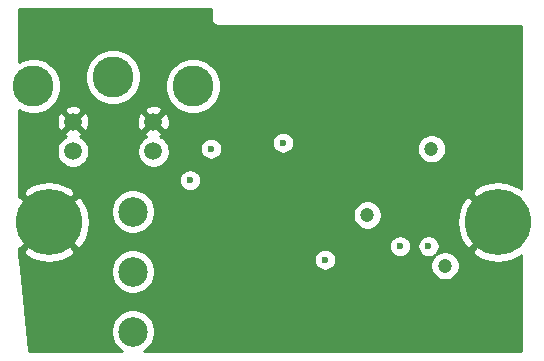
<source format=gbr>
G04 #@! TF.GenerationSoftware,KiCad,Pcbnew,(5.1.4)-1*
G04 #@! TF.CreationDate,2020-11-04T22:22:00+01:00*
G04 #@! TF.ProjectId,S-VHS ZX Spectrum Rev. D,532d5648-5320-45a5-9820-537065637472,rev?*
G04 #@! TF.SameCoordinates,Original*
G04 #@! TF.FileFunction,Copper,L3,Inr*
G04 #@! TF.FilePolarity,Positive*
%FSLAX46Y46*%
G04 Gerber Fmt 4.6, Leading zero omitted, Abs format (unit mm)*
G04 Created by KiCad (PCBNEW (5.1.4)-1) date 2020-11-04 22:22:00*
%MOMM*%
%LPD*%
G04 APERTURE LIST*
%ADD10C,5.600000*%
%ADD11C,1.500000*%
%ADD12C,3.465000*%
%ADD13C,2.499360*%
%ADD14C,0.600000*%
%ADD15C,1.200000*%
%ADD16C,0.254000*%
G04 APERTURE END LIST*
D10*
X138938000Y-102489000D03*
X176950000Y-102489000D03*
D11*
X140970000Y-93980000D03*
X147770000Y-93980000D03*
X140970000Y-96480000D03*
X147770000Y-96480000D03*
D12*
X137620000Y-90980000D03*
X144370000Y-90180000D03*
X151120000Y-90980000D03*
D13*
X146050000Y-111760000D03*
X146050000Y-101600000D03*
X146050000Y-106680000D03*
D14*
X158115000Y-102616000D03*
X162433000Y-97028000D03*
X164465000Y-94996000D03*
X166116000Y-97536000D03*
X164211000Y-105791000D03*
X171069000Y-104521000D03*
X162306000Y-105664000D03*
X168656000Y-104521000D03*
X152654000Y-96266000D03*
X158750000Y-95758000D03*
X150876000Y-98933000D03*
D15*
X171323000Y-96266000D03*
X172466000Y-106172000D03*
X165896500Y-101888500D03*
D16*
G36*
X152629000Y-85184580D02*
G01*
X152625807Y-85217000D01*
X152638550Y-85346383D01*
X152676290Y-85470793D01*
X152737575Y-85585450D01*
X152820052Y-85685948D01*
X152920550Y-85768425D01*
X153035207Y-85829710D01*
X153159617Y-85867450D01*
X153289000Y-85880193D01*
X153321419Y-85877000D01*
X178918000Y-85877000D01*
X178918001Y-99686069D01*
X178874692Y-99623823D01*
X178278741Y-99303388D01*
X177631727Y-99105374D01*
X176958516Y-99037390D01*
X176284977Y-99102051D01*
X175636994Y-99296870D01*
X175039470Y-99614361D01*
X175025308Y-99623823D01*
X174713124Y-100072519D01*
X176950000Y-102309395D01*
X176964143Y-102295253D01*
X177143748Y-102474858D01*
X177129605Y-102489000D01*
X177143748Y-102503143D01*
X176964143Y-102682748D01*
X176950000Y-102668605D01*
X174713124Y-104905481D01*
X175025308Y-105354177D01*
X175621259Y-105674612D01*
X176268273Y-105872626D01*
X176941484Y-105940610D01*
X177615023Y-105875949D01*
X178263006Y-105681130D01*
X178860530Y-105363639D01*
X178874692Y-105354177D01*
X178918001Y-105291930D01*
X178918001Y-113386000D01*
X147008854Y-113386000D01*
X147251413Y-113223926D01*
X147513926Y-112961413D01*
X147720182Y-112652731D01*
X147862253Y-112309741D01*
X147934680Y-111945625D01*
X147934680Y-111574375D01*
X147862253Y-111210259D01*
X147720182Y-110867269D01*
X147513926Y-110558587D01*
X147251413Y-110296074D01*
X146942731Y-110089818D01*
X146599741Y-109947747D01*
X146235625Y-109875320D01*
X145864375Y-109875320D01*
X145500259Y-109947747D01*
X145157269Y-110089818D01*
X144848587Y-110296074D01*
X144586074Y-110558587D01*
X144379818Y-110867269D01*
X144237747Y-111210259D01*
X144165320Y-111574375D01*
X144165320Y-111945625D01*
X144237747Y-112309741D01*
X144379818Y-112652731D01*
X144586074Y-112961413D01*
X144848587Y-113223926D01*
X145091146Y-113386000D01*
X137248430Y-113386000D01*
X136549281Y-106494375D01*
X144165320Y-106494375D01*
X144165320Y-106865625D01*
X144237747Y-107229741D01*
X144379818Y-107572731D01*
X144586074Y-107881413D01*
X144848587Y-108143926D01*
X145157269Y-108350182D01*
X145500259Y-108492253D01*
X145864375Y-108564680D01*
X146235625Y-108564680D01*
X146599741Y-108492253D01*
X146942731Y-108350182D01*
X147251413Y-108143926D01*
X147513926Y-107881413D01*
X147720182Y-107572731D01*
X147862253Y-107229741D01*
X147934680Y-106865625D01*
X147934680Y-106494375D01*
X147862253Y-106130259D01*
X147720182Y-105787269D01*
X147576284Y-105571911D01*
X161371000Y-105571911D01*
X161371000Y-105756089D01*
X161406932Y-105936729D01*
X161477414Y-106106889D01*
X161579738Y-106260028D01*
X161709972Y-106390262D01*
X161863111Y-106492586D01*
X162033271Y-106563068D01*
X162213911Y-106599000D01*
X162398089Y-106599000D01*
X162578729Y-106563068D01*
X162748889Y-106492586D01*
X162902028Y-106390262D01*
X163032262Y-106260028D01*
X163134586Y-106106889D01*
X163205068Y-105936729D01*
X163241000Y-105756089D01*
X163241000Y-105571911D01*
X163205068Y-105391271D01*
X163134586Y-105221111D01*
X163032262Y-105067972D01*
X162902028Y-104937738D01*
X162748889Y-104835414D01*
X162578729Y-104764932D01*
X162398089Y-104729000D01*
X162213911Y-104729000D01*
X162033271Y-104764932D01*
X161863111Y-104835414D01*
X161709972Y-104937738D01*
X161579738Y-105067972D01*
X161477414Y-105221111D01*
X161406932Y-105391271D01*
X161371000Y-105571911D01*
X147576284Y-105571911D01*
X147513926Y-105478587D01*
X147251413Y-105216074D01*
X146942731Y-105009818D01*
X146599741Y-104867747D01*
X146235625Y-104795320D01*
X145864375Y-104795320D01*
X145500259Y-104867747D01*
X145157269Y-105009818D01*
X144848587Y-105216074D01*
X144586074Y-105478587D01*
X144379818Y-105787269D01*
X144237747Y-106130259D01*
X144165320Y-106494375D01*
X136549281Y-106494375D01*
X136423000Y-105249613D01*
X136423000Y-104905481D01*
X136701124Y-104905481D01*
X137013308Y-105354177D01*
X137609259Y-105674612D01*
X138256273Y-105872626D01*
X138929484Y-105940610D01*
X139603023Y-105875949D01*
X140251006Y-105681130D01*
X140848530Y-105363639D01*
X140862692Y-105354177D01*
X141174876Y-104905481D01*
X138938000Y-102668605D01*
X136701124Y-104905481D01*
X136423000Y-104905481D01*
X136423000Y-104657331D01*
X136521519Y-104725876D01*
X138758395Y-102489000D01*
X139117605Y-102489000D01*
X141354481Y-104725876D01*
X141781303Y-104428911D01*
X167721000Y-104428911D01*
X167721000Y-104613089D01*
X167756932Y-104793729D01*
X167827414Y-104963889D01*
X167929738Y-105117028D01*
X168059972Y-105247262D01*
X168213111Y-105349586D01*
X168383271Y-105420068D01*
X168563911Y-105456000D01*
X168748089Y-105456000D01*
X168928729Y-105420068D01*
X169098889Y-105349586D01*
X169252028Y-105247262D01*
X169382262Y-105117028D01*
X169484586Y-104963889D01*
X169555068Y-104793729D01*
X169591000Y-104613089D01*
X169591000Y-104428911D01*
X170134000Y-104428911D01*
X170134000Y-104613089D01*
X170169932Y-104793729D01*
X170240414Y-104963889D01*
X170342738Y-105117028D01*
X170472972Y-105247262D01*
X170626111Y-105349586D01*
X170796271Y-105420068D01*
X170976911Y-105456000D01*
X171161089Y-105456000D01*
X171341729Y-105420068D01*
X171511889Y-105349586D01*
X171602211Y-105289235D01*
X171506713Y-105384733D01*
X171371557Y-105587008D01*
X171278460Y-105811764D01*
X171231000Y-106050363D01*
X171231000Y-106293637D01*
X171278460Y-106532236D01*
X171371557Y-106756992D01*
X171506713Y-106959267D01*
X171678733Y-107131287D01*
X171881008Y-107266443D01*
X172105764Y-107359540D01*
X172344363Y-107407000D01*
X172587637Y-107407000D01*
X172826236Y-107359540D01*
X173050992Y-107266443D01*
X173253267Y-107131287D01*
X173425287Y-106959267D01*
X173560443Y-106756992D01*
X173653540Y-106532236D01*
X173701000Y-106293637D01*
X173701000Y-106050363D01*
X173653540Y-105811764D01*
X173560443Y-105587008D01*
X173425287Y-105384733D01*
X173253267Y-105212713D01*
X173050992Y-105077557D01*
X172826236Y-104984460D01*
X172587637Y-104937000D01*
X172344363Y-104937000D01*
X172105764Y-104984460D01*
X171881008Y-105077557D01*
X171741550Y-105170740D01*
X171795262Y-105117028D01*
X171897586Y-104963889D01*
X171968068Y-104793729D01*
X172004000Y-104613089D01*
X172004000Y-104428911D01*
X171968068Y-104248271D01*
X171897586Y-104078111D01*
X171795262Y-103924972D01*
X171665028Y-103794738D01*
X171511889Y-103692414D01*
X171341729Y-103621932D01*
X171161089Y-103586000D01*
X170976911Y-103586000D01*
X170796271Y-103621932D01*
X170626111Y-103692414D01*
X170472972Y-103794738D01*
X170342738Y-103924972D01*
X170240414Y-104078111D01*
X170169932Y-104248271D01*
X170134000Y-104428911D01*
X169591000Y-104428911D01*
X169555068Y-104248271D01*
X169484586Y-104078111D01*
X169382262Y-103924972D01*
X169252028Y-103794738D01*
X169098889Y-103692414D01*
X168928729Y-103621932D01*
X168748089Y-103586000D01*
X168563911Y-103586000D01*
X168383271Y-103621932D01*
X168213111Y-103692414D01*
X168059972Y-103794738D01*
X167929738Y-103924972D01*
X167827414Y-104078111D01*
X167756932Y-104248271D01*
X167721000Y-104428911D01*
X141781303Y-104428911D01*
X141803177Y-104413692D01*
X142123612Y-103817741D01*
X142321626Y-103170727D01*
X142389610Y-102497516D01*
X142324949Y-101823977D01*
X142201801Y-101414375D01*
X144165320Y-101414375D01*
X144165320Y-101785625D01*
X144237747Y-102149741D01*
X144379818Y-102492731D01*
X144586074Y-102801413D01*
X144848587Y-103063926D01*
X145157269Y-103270182D01*
X145500259Y-103412253D01*
X145864375Y-103484680D01*
X146235625Y-103484680D01*
X146599741Y-103412253D01*
X146942731Y-103270182D01*
X147251413Y-103063926D01*
X147513926Y-102801413D01*
X147720182Y-102492731D01*
X147862253Y-102149741D01*
X147934680Y-101785625D01*
X147934680Y-101766863D01*
X164661500Y-101766863D01*
X164661500Y-102010137D01*
X164708960Y-102248736D01*
X164802057Y-102473492D01*
X164937213Y-102675767D01*
X165109233Y-102847787D01*
X165311508Y-102982943D01*
X165536264Y-103076040D01*
X165774863Y-103123500D01*
X166018137Y-103123500D01*
X166256736Y-103076040D01*
X166481492Y-102982943D01*
X166683767Y-102847787D01*
X166855787Y-102675767D01*
X166986271Y-102480484D01*
X173498390Y-102480484D01*
X173563051Y-103154023D01*
X173757870Y-103802006D01*
X174075361Y-104399530D01*
X174084823Y-104413692D01*
X174533519Y-104725876D01*
X176770395Y-102489000D01*
X174533519Y-100252124D01*
X174084823Y-100564308D01*
X173764388Y-101160259D01*
X173566374Y-101807273D01*
X173498390Y-102480484D01*
X166986271Y-102480484D01*
X166990943Y-102473492D01*
X167084040Y-102248736D01*
X167131500Y-102010137D01*
X167131500Y-101766863D01*
X167084040Y-101528264D01*
X166990943Y-101303508D01*
X166855787Y-101101233D01*
X166683767Y-100929213D01*
X166481492Y-100794057D01*
X166256736Y-100700960D01*
X166018137Y-100653500D01*
X165774863Y-100653500D01*
X165536264Y-100700960D01*
X165311508Y-100794057D01*
X165109233Y-100929213D01*
X164937213Y-101101233D01*
X164802057Y-101303508D01*
X164708960Y-101528264D01*
X164661500Y-101766863D01*
X147934680Y-101766863D01*
X147934680Y-101414375D01*
X147862253Y-101050259D01*
X147720182Y-100707269D01*
X147513926Y-100398587D01*
X147251413Y-100136074D01*
X146942731Y-99929818D01*
X146599741Y-99787747D01*
X146235625Y-99715320D01*
X145864375Y-99715320D01*
X145500259Y-99787747D01*
X145157269Y-99929818D01*
X144848587Y-100136074D01*
X144586074Y-100398587D01*
X144379818Y-100707269D01*
X144237747Y-101050259D01*
X144165320Y-101414375D01*
X142201801Y-101414375D01*
X142130130Y-101175994D01*
X141812639Y-100578470D01*
X141803177Y-100564308D01*
X141354481Y-100252124D01*
X139117605Y-102489000D01*
X138758395Y-102489000D01*
X136521519Y-100252124D01*
X136423000Y-100320669D01*
X136423000Y-100072519D01*
X136701124Y-100072519D01*
X138938000Y-102309395D01*
X141174876Y-100072519D01*
X140862692Y-99623823D01*
X140266741Y-99303388D01*
X139619727Y-99105374D01*
X138946516Y-99037390D01*
X138272977Y-99102051D01*
X137624994Y-99296870D01*
X137027470Y-99614361D01*
X137013308Y-99623823D01*
X136701124Y-100072519D01*
X136423000Y-100072519D01*
X136423000Y-98840911D01*
X149941000Y-98840911D01*
X149941000Y-99025089D01*
X149976932Y-99205729D01*
X150047414Y-99375889D01*
X150149738Y-99529028D01*
X150279972Y-99659262D01*
X150433111Y-99761586D01*
X150603271Y-99832068D01*
X150783911Y-99868000D01*
X150968089Y-99868000D01*
X151148729Y-99832068D01*
X151318889Y-99761586D01*
X151472028Y-99659262D01*
X151602262Y-99529028D01*
X151704586Y-99375889D01*
X151775068Y-99205729D01*
X151811000Y-99025089D01*
X151811000Y-98840911D01*
X151775068Y-98660271D01*
X151704586Y-98490111D01*
X151602262Y-98336972D01*
X151472028Y-98206738D01*
X151318889Y-98104414D01*
X151148729Y-98033932D01*
X150968089Y-97998000D01*
X150783911Y-97998000D01*
X150603271Y-98033932D01*
X150433111Y-98104414D01*
X150279972Y-98206738D01*
X150149738Y-98336972D01*
X150047414Y-98490111D01*
X149976932Y-98660271D01*
X149941000Y-98840911D01*
X136423000Y-98840911D01*
X136423000Y-96343589D01*
X139585000Y-96343589D01*
X139585000Y-96616411D01*
X139638225Y-96883989D01*
X139742629Y-97136043D01*
X139894201Y-97362886D01*
X140087114Y-97555799D01*
X140313957Y-97707371D01*
X140566011Y-97811775D01*
X140833589Y-97865000D01*
X141106411Y-97865000D01*
X141373989Y-97811775D01*
X141626043Y-97707371D01*
X141852886Y-97555799D01*
X142045799Y-97362886D01*
X142197371Y-97136043D01*
X142301775Y-96883989D01*
X142355000Y-96616411D01*
X142355000Y-96343589D01*
X146385000Y-96343589D01*
X146385000Y-96616411D01*
X146438225Y-96883989D01*
X146542629Y-97136043D01*
X146694201Y-97362886D01*
X146887114Y-97555799D01*
X147113957Y-97707371D01*
X147366011Y-97811775D01*
X147633589Y-97865000D01*
X147906411Y-97865000D01*
X148173989Y-97811775D01*
X148426043Y-97707371D01*
X148652886Y-97555799D01*
X148845799Y-97362886D01*
X148997371Y-97136043D01*
X149101775Y-96883989D01*
X149155000Y-96616411D01*
X149155000Y-96343589D01*
X149121249Y-96173911D01*
X151719000Y-96173911D01*
X151719000Y-96358089D01*
X151754932Y-96538729D01*
X151825414Y-96708889D01*
X151927738Y-96862028D01*
X152057972Y-96992262D01*
X152211111Y-97094586D01*
X152381271Y-97165068D01*
X152561911Y-97201000D01*
X152746089Y-97201000D01*
X152926729Y-97165068D01*
X153096889Y-97094586D01*
X153250028Y-96992262D01*
X153380262Y-96862028D01*
X153482586Y-96708889D01*
X153553068Y-96538729D01*
X153589000Y-96358089D01*
X153589000Y-96173911D01*
X153553068Y-95993271D01*
X153482586Y-95823111D01*
X153380262Y-95669972D01*
X153376201Y-95665911D01*
X157815000Y-95665911D01*
X157815000Y-95850089D01*
X157850932Y-96030729D01*
X157921414Y-96200889D01*
X158023738Y-96354028D01*
X158153972Y-96484262D01*
X158307111Y-96586586D01*
X158477271Y-96657068D01*
X158657911Y-96693000D01*
X158842089Y-96693000D01*
X159022729Y-96657068D01*
X159192889Y-96586586D01*
X159346028Y-96484262D01*
X159476262Y-96354028D01*
X159578586Y-96200889D01*
X159601999Y-96144363D01*
X170088000Y-96144363D01*
X170088000Y-96387637D01*
X170135460Y-96626236D01*
X170228557Y-96850992D01*
X170363713Y-97053267D01*
X170535733Y-97225287D01*
X170738008Y-97360443D01*
X170962764Y-97453540D01*
X171201363Y-97501000D01*
X171444637Y-97501000D01*
X171683236Y-97453540D01*
X171907992Y-97360443D01*
X172110267Y-97225287D01*
X172282287Y-97053267D01*
X172417443Y-96850992D01*
X172510540Y-96626236D01*
X172558000Y-96387637D01*
X172558000Y-96144363D01*
X172510540Y-95905764D01*
X172417443Y-95681008D01*
X172282287Y-95478733D01*
X172110267Y-95306713D01*
X171907992Y-95171557D01*
X171683236Y-95078460D01*
X171444637Y-95031000D01*
X171201363Y-95031000D01*
X170962764Y-95078460D01*
X170738008Y-95171557D01*
X170535733Y-95306713D01*
X170363713Y-95478733D01*
X170228557Y-95681008D01*
X170135460Y-95905764D01*
X170088000Y-96144363D01*
X159601999Y-96144363D01*
X159649068Y-96030729D01*
X159685000Y-95850089D01*
X159685000Y-95665911D01*
X159649068Y-95485271D01*
X159578586Y-95315111D01*
X159476262Y-95161972D01*
X159346028Y-95031738D01*
X159192889Y-94929414D01*
X159022729Y-94858932D01*
X158842089Y-94823000D01*
X158657911Y-94823000D01*
X158477271Y-94858932D01*
X158307111Y-94929414D01*
X158153972Y-95031738D01*
X158023738Y-95161972D01*
X157921414Y-95315111D01*
X157850932Y-95485271D01*
X157815000Y-95665911D01*
X153376201Y-95665911D01*
X153250028Y-95539738D01*
X153096889Y-95437414D01*
X152926729Y-95366932D01*
X152746089Y-95331000D01*
X152561911Y-95331000D01*
X152381271Y-95366932D01*
X152211111Y-95437414D01*
X152057972Y-95539738D01*
X151927738Y-95669972D01*
X151825414Y-95823111D01*
X151754932Y-95993271D01*
X151719000Y-96173911D01*
X149121249Y-96173911D01*
X149101775Y-96076011D01*
X148997371Y-95823957D01*
X148845799Y-95597114D01*
X148652886Y-95404201D01*
X148426043Y-95252629D01*
X148376574Y-95232139D01*
X148481863Y-95175860D01*
X148547388Y-94936993D01*
X147770000Y-94159605D01*
X146992612Y-94936993D01*
X147058137Y-95175860D01*
X147171201Y-95228918D01*
X147113957Y-95252629D01*
X146887114Y-95404201D01*
X146694201Y-95597114D01*
X146542629Y-95823957D01*
X146438225Y-96076011D01*
X146385000Y-96343589D01*
X142355000Y-96343589D01*
X142301775Y-96076011D01*
X142197371Y-95823957D01*
X142045799Y-95597114D01*
X141852886Y-95404201D01*
X141626043Y-95252629D01*
X141576574Y-95232139D01*
X141681863Y-95175860D01*
X141747388Y-94936993D01*
X140970000Y-94159605D01*
X140192612Y-94936993D01*
X140258137Y-95175860D01*
X140371201Y-95228918D01*
X140313957Y-95252629D01*
X140087114Y-95404201D01*
X139894201Y-95597114D01*
X139742629Y-95823957D01*
X139638225Y-96076011D01*
X139585000Y-96343589D01*
X136423000Y-96343589D01*
X136423000Y-94052492D01*
X139580188Y-94052492D01*
X139621035Y-94322238D01*
X139713723Y-94578832D01*
X139774140Y-94691863D01*
X140013007Y-94757388D01*
X140790395Y-93980000D01*
X141149605Y-93980000D01*
X141926993Y-94757388D01*
X142165860Y-94691863D01*
X142281760Y-94444884D01*
X142347250Y-94180040D01*
X142353129Y-94052492D01*
X146380188Y-94052492D01*
X146421035Y-94322238D01*
X146513723Y-94578832D01*
X146574140Y-94691863D01*
X146813007Y-94757388D01*
X147590395Y-93980000D01*
X147949605Y-93980000D01*
X148726993Y-94757388D01*
X148965860Y-94691863D01*
X149081760Y-94444884D01*
X149147250Y-94180040D01*
X149159812Y-93907508D01*
X149118965Y-93637762D01*
X149026277Y-93381168D01*
X148965860Y-93268137D01*
X148726993Y-93202612D01*
X147949605Y-93980000D01*
X147590395Y-93980000D01*
X146813007Y-93202612D01*
X146574140Y-93268137D01*
X146458240Y-93515116D01*
X146392750Y-93779960D01*
X146380188Y-94052492D01*
X142353129Y-94052492D01*
X142359812Y-93907508D01*
X142318965Y-93637762D01*
X142226277Y-93381168D01*
X142165860Y-93268137D01*
X141926993Y-93202612D01*
X141149605Y-93980000D01*
X140790395Y-93980000D01*
X140013007Y-93202612D01*
X139774140Y-93268137D01*
X139658240Y-93515116D01*
X139592750Y-93779960D01*
X139580188Y-94052492D01*
X136423000Y-94052492D01*
X136423000Y-93027558D01*
X136498568Y-93078051D01*
X136929426Y-93256518D01*
X137386822Y-93347500D01*
X137853178Y-93347500D01*
X138310574Y-93256518D01*
X138741432Y-93078051D01*
X138823811Y-93023007D01*
X140192612Y-93023007D01*
X140970000Y-93800395D01*
X141747388Y-93023007D01*
X146992612Y-93023007D01*
X147770000Y-93800395D01*
X148547388Y-93023007D01*
X148481863Y-92784140D01*
X148234884Y-92668240D01*
X147970040Y-92602750D01*
X147697508Y-92590188D01*
X147427762Y-92631035D01*
X147171168Y-92723723D01*
X147058137Y-92784140D01*
X146992612Y-93023007D01*
X141747388Y-93023007D01*
X141681863Y-92784140D01*
X141434884Y-92668240D01*
X141170040Y-92602750D01*
X140897508Y-92590188D01*
X140627762Y-92631035D01*
X140371168Y-92723723D01*
X140258137Y-92784140D01*
X140192612Y-93023007D01*
X138823811Y-93023007D01*
X139129193Y-92818957D01*
X139458957Y-92489193D01*
X139718051Y-92101432D01*
X139896518Y-91670574D01*
X139987500Y-91213178D01*
X139987500Y-90746822D01*
X139896518Y-90289426D01*
X139754607Y-89946822D01*
X142002500Y-89946822D01*
X142002500Y-90413178D01*
X142093482Y-90870574D01*
X142271949Y-91301432D01*
X142531043Y-91689193D01*
X142860807Y-92018957D01*
X143248568Y-92278051D01*
X143679426Y-92456518D01*
X144136822Y-92547500D01*
X144603178Y-92547500D01*
X145060574Y-92456518D01*
X145491432Y-92278051D01*
X145879193Y-92018957D01*
X146208957Y-91689193D01*
X146468051Y-91301432D01*
X146646518Y-90870574D01*
X146671133Y-90746822D01*
X148752500Y-90746822D01*
X148752500Y-91213178D01*
X148843482Y-91670574D01*
X149021949Y-92101432D01*
X149281043Y-92489193D01*
X149610807Y-92818957D01*
X149998568Y-93078051D01*
X150429426Y-93256518D01*
X150886822Y-93347500D01*
X151353178Y-93347500D01*
X151810574Y-93256518D01*
X152241432Y-93078051D01*
X152629193Y-92818957D01*
X152958957Y-92489193D01*
X153218051Y-92101432D01*
X153396518Y-91670574D01*
X153487500Y-91213178D01*
X153487500Y-90746822D01*
X153396518Y-90289426D01*
X153218051Y-89858568D01*
X152958957Y-89470807D01*
X152629193Y-89141043D01*
X152241432Y-88881949D01*
X151810574Y-88703482D01*
X151353178Y-88612500D01*
X150886822Y-88612500D01*
X150429426Y-88703482D01*
X149998568Y-88881949D01*
X149610807Y-89141043D01*
X149281043Y-89470807D01*
X149021949Y-89858568D01*
X148843482Y-90289426D01*
X148752500Y-90746822D01*
X146671133Y-90746822D01*
X146737500Y-90413178D01*
X146737500Y-89946822D01*
X146646518Y-89489426D01*
X146468051Y-89058568D01*
X146208957Y-88670807D01*
X145879193Y-88341043D01*
X145491432Y-88081949D01*
X145060574Y-87903482D01*
X144603178Y-87812500D01*
X144136822Y-87812500D01*
X143679426Y-87903482D01*
X143248568Y-88081949D01*
X142860807Y-88341043D01*
X142531043Y-88670807D01*
X142271949Y-89058568D01*
X142093482Y-89489426D01*
X142002500Y-89946822D01*
X139754607Y-89946822D01*
X139718051Y-89858568D01*
X139458957Y-89470807D01*
X139129193Y-89141043D01*
X138741432Y-88881949D01*
X138310574Y-88703482D01*
X137853178Y-88612500D01*
X137386822Y-88612500D01*
X136929426Y-88703482D01*
X136498568Y-88881949D01*
X136423000Y-88932442D01*
X136423000Y-84480000D01*
X152629001Y-84480000D01*
X152629000Y-85184580D01*
X152629000Y-85184580D01*
G37*
X152629000Y-85184580D02*
X152625807Y-85217000D01*
X152638550Y-85346383D01*
X152676290Y-85470793D01*
X152737575Y-85585450D01*
X152820052Y-85685948D01*
X152920550Y-85768425D01*
X153035207Y-85829710D01*
X153159617Y-85867450D01*
X153289000Y-85880193D01*
X153321419Y-85877000D01*
X178918000Y-85877000D01*
X178918001Y-99686069D01*
X178874692Y-99623823D01*
X178278741Y-99303388D01*
X177631727Y-99105374D01*
X176958516Y-99037390D01*
X176284977Y-99102051D01*
X175636994Y-99296870D01*
X175039470Y-99614361D01*
X175025308Y-99623823D01*
X174713124Y-100072519D01*
X176950000Y-102309395D01*
X176964143Y-102295253D01*
X177143748Y-102474858D01*
X177129605Y-102489000D01*
X177143748Y-102503143D01*
X176964143Y-102682748D01*
X176950000Y-102668605D01*
X174713124Y-104905481D01*
X175025308Y-105354177D01*
X175621259Y-105674612D01*
X176268273Y-105872626D01*
X176941484Y-105940610D01*
X177615023Y-105875949D01*
X178263006Y-105681130D01*
X178860530Y-105363639D01*
X178874692Y-105354177D01*
X178918001Y-105291930D01*
X178918001Y-113386000D01*
X147008854Y-113386000D01*
X147251413Y-113223926D01*
X147513926Y-112961413D01*
X147720182Y-112652731D01*
X147862253Y-112309741D01*
X147934680Y-111945625D01*
X147934680Y-111574375D01*
X147862253Y-111210259D01*
X147720182Y-110867269D01*
X147513926Y-110558587D01*
X147251413Y-110296074D01*
X146942731Y-110089818D01*
X146599741Y-109947747D01*
X146235625Y-109875320D01*
X145864375Y-109875320D01*
X145500259Y-109947747D01*
X145157269Y-110089818D01*
X144848587Y-110296074D01*
X144586074Y-110558587D01*
X144379818Y-110867269D01*
X144237747Y-111210259D01*
X144165320Y-111574375D01*
X144165320Y-111945625D01*
X144237747Y-112309741D01*
X144379818Y-112652731D01*
X144586074Y-112961413D01*
X144848587Y-113223926D01*
X145091146Y-113386000D01*
X137248430Y-113386000D01*
X136549281Y-106494375D01*
X144165320Y-106494375D01*
X144165320Y-106865625D01*
X144237747Y-107229741D01*
X144379818Y-107572731D01*
X144586074Y-107881413D01*
X144848587Y-108143926D01*
X145157269Y-108350182D01*
X145500259Y-108492253D01*
X145864375Y-108564680D01*
X146235625Y-108564680D01*
X146599741Y-108492253D01*
X146942731Y-108350182D01*
X147251413Y-108143926D01*
X147513926Y-107881413D01*
X147720182Y-107572731D01*
X147862253Y-107229741D01*
X147934680Y-106865625D01*
X147934680Y-106494375D01*
X147862253Y-106130259D01*
X147720182Y-105787269D01*
X147576284Y-105571911D01*
X161371000Y-105571911D01*
X161371000Y-105756089D01*
X161406932Y-105936729D01*
X161477414Y-106106889D01*
X161579738Y-106260028D01*
X161709972Y-106390262D01*
X161863111Y-106492586D01*
X162033271Y-106563068D01*
X162213911Y-106599000D01*
X162398089Y-106599000D01*
X162578729Y-106563068D01*
X162748889Y-106492586D01*
X162902028Y-106390262D01*
X163032262Y-106260028D01*
X163134586Y-106106889D01*
X163205068Y-105936729D01*
X163241000Y-105756089D01*
X163241000Y-105571911D01*
X163205068Y-105391271D01*
X163134586Y-105221111D01*
X163032262Y-105067972D01*
X162902028Y-104937738D01*
X162748889Y-104835414D01*
X162578729Y-104764932D01*
X162398089Y-104729000D01*
X162213911Y-104729000D01*
X162033271Y-104764932D01*
X161863111Y-104835414D01*
X161709972Y-104937738D01*
X161579738Y-105067972D01*
X161477414Y-105221111D01*
X161406932Y-105391271D01*
X161371000Y-105571911D01*
X147576284Y-105571911D01*
X147513926Y-105478587D01*
X147251413Y-105216074D01*
X146942731Y-105009818D01*
X146599741Y-104867747D01*
X146235625Y-104795320D01*
X145864375Y-104795320D01*
X145500259Y-104867747D01*
X145157269Y-105009818D01*
X144848587Y-105216074D01*
X144586074Y-105478587D01*
X144379818Y-105787269D01*
X144237747Y-106130259D01*
X144165320Y-106494375D01*
X136549281Y-106494375D01*
X136423000Y-105249613D01*
X136423000Y-104905481D01*
X136701124Y-104905481D01*
X137013308Y-105354177D01*
X137609259Y-105674612D01*
X138256273Y-105872626D01*
X138929484Y-105940610D01*
X139603023Y-105875949D01*
X140251006Y-105681130D01*
X140848530Y-105363639D01*
X140862692Y-105354177D01*
X141174876Y-104905481D01*
X138938000Y-102668605D01*
X136701124Y-104905481D01*
X136423000Y-104905481D01*
X136423000Y-104657331D01*
X136521519Y-104725876D01*
X138758395Y-102489000D01*
X139117605Y-102489000D01*
X141354481Y-104725876D01*
X141781303Y-104428911D01*
X167721000Y-104428911D01*
X167721000Y-104613089D01*
X167756932Y-104793729D01*
X167827414Y-104963889D01*
X167929738Y-105117028D01*
X168059972Y-105247262D01*
X168213111Y-105349586D01*
X168383271Y-105420068D01*
X168563911Y-105456000D01*
X168748089Y-105456000D01*
X168928729Y-105420068D01*
X169098889Y-105349586D01*
X169252028Y-105247262D01*
X169382262Y-105117028D01*
X169484586Y-104963889D01*
X169555068Y-104793729D01*
X169591000Y-104613089D01*
X169591000Y-104428911D01*
X170134000Y-104428911D01*
X170134000Y-104613089D01*
X170169932Y-104793729D01*
X170240414Y-104963889D01*
X170342738Y-105117028D01*
X170472972Y-105247262D01*
X170626111Y-105349586D01*
X170796271Y-105420068D01*
X170976911Y-105456000D01*
X171161089Y-105456000D01*
X171341729Y-105420068D01*
X171511889Y-105349586D01*
X171602211Y-105289235D01*
X171506713Y-105384733D01*
X171371557Y-105587008D01*
X171278460Y-105811764D01*
X171231000Y-106050363D01*
X171231000Y-106293637D01*
X171278460Y-106532236D01*
X171371557Y-106756992D01*
X171506713Y-106959267D01*
X171678733Y-107131287D01*
X171881008Y-107266443D01*
X172105764Y-107359540D01*
X172344363Y-107407000D01*
X172587637Y-107407000D01*
X172826236Y-107359540D01*
X173050992Y-107266443D01*
X173253267Y-107131287D01*
X173425287Y-106959267D01*
X173560443Y-106756992D01*
X173653540Y-106532236D01*
X173701000Y-106293637D01*
X173701000Y-106050363D01*
X173653540Y-105811764D01*
X173560443Y-105587008D01*
X173425287Y-105384733D01*
X173253267Y-105212713D01*
X173050992Y-105077557D01*
X172826236Y-104984460D01*
X172587637Y-104937000D01*
X172344363Y-104937000D01*
X172105764Y-104984460D01*
X171881008Y-105077557D01*
X171741550Y-105170740D01*
X171795262Y-105117028D01*
X171897586Y-104963889D01*
X171968068Y-104793729D01*
X172004000Y-104613089D01*
X172004000Y-104428911D01*
X171968068Y-104248271D01*
X171897586Y-104078111D01*
X171795262Y-103924972D01*
X171665028Y-103794738D01*
X171511889Y-103692414D01*
X171341729Y-103621932D01*
X171161089Y-103586000D01*
X170976911Y-103586000D01*
X170796271Y-103621932D01*
X170626111Y-103692414D01*
X170472972Y-103794738D01*
X170342738Y-103924972D01*
X170240414Y-104078111D01*
X170169932Y-104248271D01*
X170134000Y-104428911D01*
X169591000Y-104428911D01*
X169555068Y-104248271D01*
X169484586Y-104078111D01*
X169382262Y-103924972D01*
X169252028Y-103794738D01*
X169098889Y-103692414D01*
X168928729Y-103621932D01*
X168748089Y-103586000D01*
X168563911Y-103586000D01*
X168383271Y-103621932D01*
X168213111Y-103692414D01*
X168059972Y-103794738D01*
X167929738Y-103924972D01*
X167827414Y-104078111D01*
X167756932Y-104248271D01*
X167721000Y-104428911D01*
X141781303Y-104428911D01*
X141803177Y-104413692D01*
X142123612Y-103817741D01*
X142321626Y-103170727D01*
X142389610Y-102497516D01*
X142324949Y-101823977D01*
X142201801Y-101414375D01*
X144165320Y-101414375D01*
X144165320Y-101785625D01*
X144237747Y-102149741D01*
X144379818Y-102492731D01*
X144586074Y-102801413D01*
X144848587Y-103063926D01*
X145157269Y-103270182D01*
X145500259Y-103412253D01*
X145864375Y-103484680D01*
X146235625Y-103484680D01*
X146599741Y-103412253D01*
X146942731Y-103270182D01*
X147251413Y-103063926D01*
X147513926Y-102801413D01*
X147720182Y-102492731D01*
X147862253Y-102149741D01*
X147934680Y-101785625D01*
X147934680Y-101766863D01*
X164661500Y-101766863D01*
X164661500Y-102010137D01*
X164708960Y-102248736D01*
X164802057Y-102473492D01*
X164937213Y-102675767D01*
X165109233Y-102847787D01*
X165311508Y-102982943D01*
X165536264Y-103076040D01*
X165774863Y-103123500D01*
X166018137Y-103123500D01*
X166256736Y-103076040D01*
X166481492Y-102982943D01*
X166683767Y-102847787D01*
X166855787Y-102675767D01*
X166986271Y-102480484D01*
X173498390Y-102480484D01*
X173563051Y-103154023D01*
X173757870Y-103802006D01*
X174075361Y-104399530D01*
X174084823Y-104413692D01*
X174533519Y-104725876D01*
X176770395Y-102489000D01*
X174533519Y-100252124D01*
X174084823Y-100564308D01*
X173764388Y-101160259D01*
X173566374Y-101807273D01*
X173498390Y-102480484D01*
X166986271Y-102480484D01*
X166990943Y-102473492D01*
X167084040Y-102248736D01*
X167131500Y-102010137D01*
X167131500Y-101766863D01*
X167084040Y-101528264D01*
X166990943Y-101303508D01*
X166855787Y-101101233D01*
X166683767Y-100929213D01*
X166481492Y-100794057D01*
X166256736Y-100700960D01*
X166018137Y-100653500D01*
X165774863Y-100653500D01*
X165536264Y-100700960D01*
X165311508Y-100794057D01*
X165109233Y-100929213D01*
X164937213Y-101101233D01*
X164802057Y-101303508D01*
X164708960Y-101528264D01*
X164661500Y-101766863D01*
X147934680Y-101766863D01*
X147934680Y-101414375D01*
X147862253Y-101050259D01*
X147720182Y-100707269D01*
X147513926Y-100398587D01*
X147251413Y-100136074D01*
X146942731Y-99929818D01*
X146599741Y-99787747D01*
X146235625Y-99715320D01*
X145864375Y-99715320D01*
X145500259Y-99787747D01*
X145157269Y-99929818D01*
X144848587Y-100136074D01*
X144586074Y-100398587D01*
X144379818Y-100707269D01*
X144237747Y-101050259D01*
X144165320Y-101414375D01*
X142201801Y-101414375D01*
X142130130Y-101175994D01*
X141812639Y-100578470D01*
X141803177Y-100564308D01*
X141354481Y-100252124D01*
X139117605Y-102489000D01*
X138758395Y-102489000D01*
X136521519Y-100252124D01*
X136423000Y-100320669D01*
X136423000Y-100072519D01*
X136701124Y-100072519D01*
X138938000Y-102309395D01*
X141174876Y-100072519D01*
X140862692Y-99623823D01*
X140266741Y-99303388D01*
X139619727Y-99105374D01*
X138946516Y-99037390D01*
X138272977Y-99102051D01*
X137624994Y-99296870D01*
X137027470Y-99614361D01*
X137013308Y-99623823D01*
X136701124Y-100072519D01*
X136423000Y-100072519D01*
X136423000Y-98840911D01*
X149941000Y-98840911D01*
X149941000Y-99025089D01*
X149976932Y-99205729D01*
X150047414Y-99375889D01*
X150149738Y-99529028D01*
X150279972Y-99659262D01*
X150433111Y-99761586D01*
X150603271Y-99832068D01*
X150783911Y-99868000D01*
X150968089Y-99868000D01*
X151148729Y-99832068D01*
X151318889Y-99761586D01*
X151472028Y-99659262D01*
X151602262Y-99529028D01*
X151704586Y-99375889D01*
X151775068Y-99205729D01*
X151811000Y-99025089D01*
X151811000Y-98840911D01*
X151775068Y-98660271D01*
X151704586Y-98490111D01*
X151602262Y-98336972D01*
X151472028Y-98206738D01*
X151318889Y-98104414D01*
X151148729Y-98033932D01*
X150968089Y-97998000D01*
X150783911Y-97998000D01*
X150603271Y-98033932D01*
X150433111Y-98104414D01*
X150279972Y-98206738D01*
X150149738Y-98336972D01*
X150047414Y-98490111D01*
X149976932Y-98660271D01*
X149941000Y-98840911D01*
X136423000Y-98840911D01*
X136423000Y-96343589D01*
X139585000Y-96343589D01*
X139585000Y-96616411D01*
X139638225Y-96883989D01*
X139742629Y-97136043D01*
X139894201Y-97362886D01*
X140087114Y-97555799D01*
X140313957Y-97707371D01*
X140566011Y-97811775D01*
X140833589Y-97865000D01*
X141106411Y-97865000D01*
X141373989Y-97811775D01*
X141626043Y-97707371D01*
X141852886Y-97555799D01*
X142045799Y-97362886D01*
X142197371Y-97136043D01*
X142301775Y-96883989D01*
X142355000Y-96616411D01*
X142355000Y-96343589D01*
X146385000Y-96343589D01*
X146385000Y-96616411D01*
X146438225Y-96883989D01*
X146542629Y-97136043D01*
X146694201Y-97362886D01*
X146887114Y-97555799D01*
X147113957Y-97707371D01*
X147366011Y-97811775D01*
X147633589Y-97865000D01*
X147906411Y-97865000D01*
X148173989Y-97811775D01*
X148426043Y-97707371D01*
X148652886Y-97555799D01*
X148845799Y-97362886D01*
X148997371Y-97136043D01*
X149101775Y-96883989D01*
X149155000Y-96616411D01*
X149155000Y-96343589D01*
X149121249Y-96173911D01*
X151719000Y-96173911D01*
X151719000Y-96358089D01*
X151754932Y-96538729D01*
X151825414Y-96708889D01*
X151927738Y-96862028D01*
X152057972Y-96992262D01*
X152211111Y-97094586D01*
X152381271Y-97165068D01*
X152561911Y-97201000D01*
X152746089Y-97201000D01*
X152926729Y-97165068D01*
X153096889Y-97094586D01*
X153250028Y-96992262D01*
X153380262Y-96862028D01*
X153482586Y-96708889D01*
X153553068Y-96538729D01*
X153589000Y-96358089D01*
X153589000Y-96173911D01*
X153553068Y-95993271D01*
X153482586Y-95823111D01*
X153380262Y-95669972D01*
X153376201Y-95665911D01*
X157815000Y-95665911D01*
X157815000Y-95850089D01*
X157850932Y-96030729D01*
X157921414Y-96200889D01*
X158023738Y-96354028D01*
X158153972Y-96484262D01*
X158307111Y-96586586D01*
X158477271Y-96657068D01*
X158657911Y-96693000D01*
X158842089Y-96693000D01*
X159022729Y-96657068D01*
X159192889Y-96586586D01*
X159346028Y-96484262D01*
X159476262Y-96354028D01*
X159578586Y-96200889D01*
X159601999Y-96144363D01*
X170088000Y-96144363D01*
X170088000Y-96387637D01*
X170135460Y-96626236D01*
X170228557Y-96850992D01*
X170363713Y-97053267D01*
X170535733Y-97225287D01*
X170738008Y-97360443D01*
X170962764Y-97453540D01*
X171201363Y-97501000D01*
X171444637Y-97501000D01*
X171683236Y-97453540D01*
X171907992Y-97360443D01*
X172110267Y-97225287D01*
X172282287Y-97053267D01*
X172417443Y-96850992D01*
X172510540Y-96626236D01*
X172558000Y-96387637D01*
X172558000Y-96144363D01*
X172510540Y-95905764D01*
X172417443Y-95681008D01*
X172282287Y-95478733D01*
X172110267Y-95306713D01*
X171907992Y-95171557D01*
X171683236Y-95078460D01*
X171444637Y-95031000D01*
X171201363Y-95031000D01*
X170962764Y-95078460D01*
X170738008Y-95171557D01*
X170535733Y-95306713D01*
X170363713Y-95478733D01*
X170228557Y-95681008D01*
X170135460Y-95905764D01*
X170088000Y-96144363D01*
X159601999Y-96144363D01*
X159649068Y-96030729D01*
X159685000Y-95850089D01*
X159685000Y-95665911D01*
X159649068Y-95485271D01*
X159578586Y-95315111D01*
X159476262Y-95161972D01*
X159346028Y-95031738D01*
X159192889Y-94929414D01*
X159022729Y-94858932D01*
X158842089Y-94823000D01*
X158657911Y-94823000D01*
X158477271Y-94858932D01*
X158307111Y-94929414D01*
X158153972Y-95031738D01*
X158023738Y-95161972D01*
X157921414Y-95315111D01*
X157850932Y-95485271D01*
X157815000Y-95665911D01*
X153376201Y-95665911D01*
X153250028Y-95539738D01*
X153096889Y-95437414D01*
X152926729Y-95366932D01*
X152746089Y-95331000D01*
X152561911Y-95331000D01*
X152381271Y-95366932D01*
X152211111Y-95437414D01*
X152057972Y-95539738D01*
X151927738Y-95669972D01*
X151825414Y-95823111D01*
X151754932Y-95993271D01*
X151719000Y-96173911D01*
X149121249Y-96173911D01*
X149101775Y-96076011D01*
X148997371Y-95823957D01*
X148845799Y-95597114D01*
X148652886Y-95404201D01*
X148426043Y-95252629D01*
X148376574Y-95232139D01*
X148481863Y-95175860D01*
X148547388Y-94936993D01*
X147770000Y-94159605D01*
X146992612Y-94936993D01*
X147058137Y-95175860D01*
X147171201Y-95228918D01*
X147113957Y-95252629D01*
X146887114Y-95404201D01*
X146694201Y-95597114D01*
X146542629Y-95823957D01*
X146438225Y-96076011D01*
X146385000Y-96343589D01*
X142355000Y-96343589D01*
X142301775Y-96076011D01*
X142197371Y-95823957D01*
X142045799Y-95597114D01*
X141852886Y-95404201D01*
X141626043Y-95252629D01*
X141576574Y-95232139D01*
X141681863Y-95175860D01*
X141747388Y-94936993D01*
X140970000Y-94159605D01*
X140192612Y-94936993D01*
X140258137Y-95175860D01*
X140371201Y-95228918D01*
X140313957Y-95252629D01*
X140087114Y-95404201D01*
X139894201Y-95597114D01*
X139742629Y-95823957D01*
X139638225Y-96076011D01*
X139585000Y-96343589D01*
X136423000Y-96343589D01*
X136423000Y-94052492D01*
X139580188Y-94052492D01*
X139621035Y-94322238D01*
X139713723Y-94578832D01*
X139774140Y-94691863D01*
X140013007Y-94757388D01*
X140790395Y-93980000D01*
X141149605Y-93980000D01*
X141926993Y-94757388D01*
X142165860Y-94691863D01*
X142281760Y-94444884D01*
X142347250Y-94180040D01*
X142353129Y-94052492D01*
X146380188Y-94052492D01*
X146421035Y-94322238D01*
X146513723Y-94578832D01*
X146574140Y-94691863D01*
X146813007Y-94757388D01*
X147590395Y-93980000D01*
X147949605Y-93980000D01*
X148726993Y-94757388D01*
X148965860Y-94691863D01*
X149081760Y-94444884D01*
X149147250Y-94180040D01*
X149159812Y-93907508D01*
X149118965Y-93637762D01*
X149026277Y-93381168D01*
X148965860Y-93268137D01*
X148726993Y-93202612D01*
X147949605Y-93980000D01*
X147590395Y-93980000D01*
X146813007Y-93202612D01*
X146574140Y-93268137D01*
X146458240Y-93515116D01*
X146392750Y-93779960D01*
X146380188Y-94052492D01*
X142353129Y-94052492D01*
X142359812Y-93907508D01*
X142318965Y-93637762D01*
X142226277Y-93381168D01*
X142165860Y-93268137D01*
X141926993Y-93202612D01*
X141149605Y-93980000D01*
X140790395Y-93980000D01*
X140013007Y-93202612D01*
X139774140Y-93268137D01*
X139658240Y-93515116D01*
X139592750Y-93779960D01*
X139580188Y-94052492D01*
X136423000Y-94052492D01*
X136423000Y-93027558D01*
X136498568Y-93078051D01*
X136929426Y-93256518D01*
X137386822Y-93347500D01*
X137853178Y-93347500D01*
X138310574Y-93256518D01*
X138741432Y-93078051D01*
X138823811Y-93023007D01*
X140192612Y-93023007D01*
X140970000Y-93800395D01*
X141747388Y-93023007D01*
X146992612Y-93023007D01*
X147770000Y-93800395D01*
X148547388Y-93023007D01*
X148481863Y-92784140D01*
X148234884Y-92668240D01*
X147970040Y-92602750D01*
X147697508Y-92590188D01*
X147427762Y-92631035D01*
X147171168Y-92723723D01*
X147058137Y-92784140D01*
X146992612Y-93023007D01*
X141747388Y-93023007D01*
X141681863Y-92784140D01*
X141434884Y-92668240D01*
X141170040Y-92602750D01*
X140897508Y-92590188D01*
X140627762Y-92631035D01*
X140371168Y-92723723D01*
X140258137Y-92784140D01*
X140192612Y-93023007D01*
X138823811Y-93023007D01*
X139129193Y-92818957D01*
X139458957Y-92489193D01*
X139718051Y-92101432D01*
X139896518Y-91670574D01*
X139987500Y-91213178D01*
X139987500Y-90746822D01*
X139896518Y-90289426D01*
X139754607Y-89946822D01*
X142002500Y-89946822D01*
X142002500Y-90413178D01*
X142093482Y-90870574D01*
X142271949Y-91301432D01*
X142531043Y-91689193D01*
X142860807Y-92018957D01*
X143248568Y-92278051D01*
X143679426Y-92456518D01*
X144136822Y-92547500D01*
X144603178Y-92547500D01*
X145060574Y-92456518D01*
X145491432Y-92278051D01*
X145879193Y-92018957D01*
X146208957Y-91689193D01*
X146468051Y-91301432D01*
X146646518Y-90870574D01*
X146671133Y-90746822D01*
X148752500Y-90746822D01*
X148752500Y-91213178D01*
X148843482Y-91670574D01*
X149021949Y-92101432D01*
X149281043Y-92489193D01*
X149610807Y-92818957D01*
X149998568Y-93078051D01*
X150429426Y-93256518D01*
X150886822Y-93347500D01*
X151353178Y-93347500D01*
X151810574Y-93256518D01*
X152241432Y-93078051D01*
X152629193Y-92818957D01*
X152958957Y-92489193D01*
X153218051Y-92101432D01*
X153396518Y-91670574D01*
X153487500Y-91213178D01*
X153487500Y-90746822D01*
X153396518Y-90289426D01*
X153218051Y-89858568D01*
X152958957Y-89470807D01*
X152629193Y-89141043D01*
X152241432Y-88881949D01*
X151810574Y-88703482D01*
X151353178Y-88612500D01*
X150886822Y-88612500D01*
X150429426Y-88703482D01*
X149998568Y-88881949D01*
X149610807Y-89141043D01*
X149281043Y-89470807D01*
X149021949Y-89858568D01*
X148843482Y-90289426D01*
X148752500Y-90746822D01*
X146671133Y-90746822D01*
X146737500Y-90413178D01*
X146737500Y-89946822D01*
X146646518Y-89489426D01*
X146468051Y-89058568D01*
X146208957Y-88670807D01*
X145879193Y-88341043D01*
X145491432Y-88081949D01*
X145060574Y-87903482D01*
X144603178Y-87812500D01*
X144136822Y-87812500D01*
X143679426Y-87903482D01*
X143248568Y-88081949D01*
X142860807Y-88341043D01*
X142531043Y-88670807D01*
X142271949Y-89058568D01*
X142093482Y-89489426D01*
X142002500Y-89946822D01*
X139754607Y-89946822D01*
X139718051Y-89858568D01*
X139458957Y-89470807D01*
X139129193Y-89141043D01*
X138741432Y-88881949D01*
X138310574Y-88703482D01*
X137853178Y-88612500D01*
X137386822Y-88612500D01*
X136929426Y-88703482D01*
X136498568Y-88881949D01*
X136423000Y-88932442D01*
X136423000Y-84480000D01*
X152629001Y-84480000D01*
X152629000Y-85184580D01*
M02*

</source>
